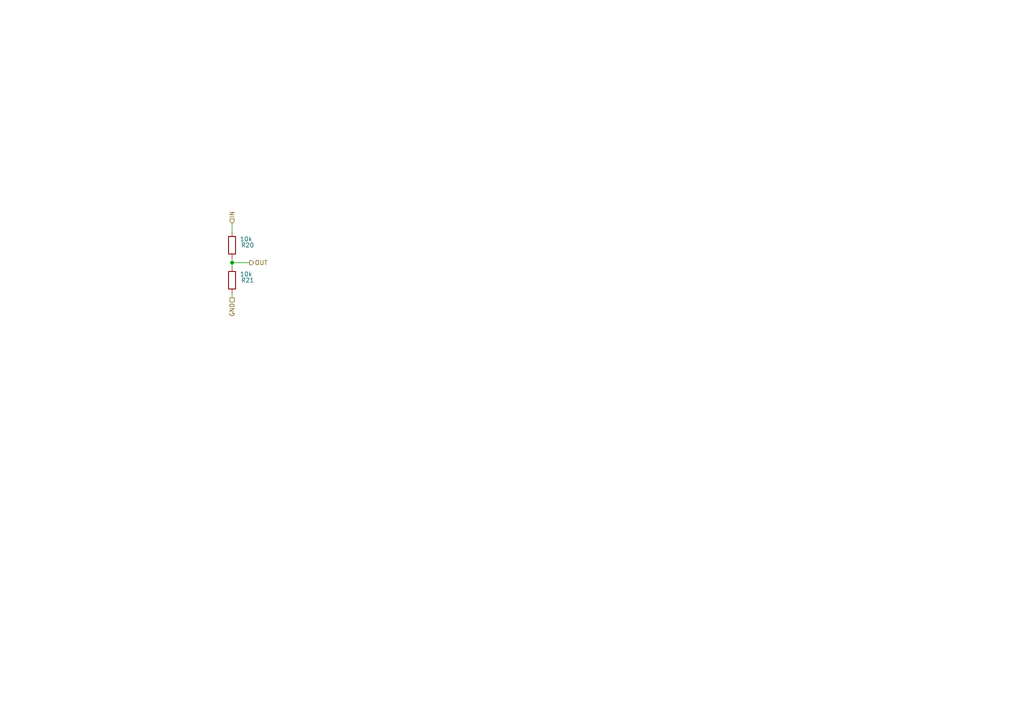
<source format=kicad_sch>
(kicad_sch (version 20231120) (generator "eeschema") (generator_version "8.0")
  (paper "A4")
  (lib_symbols
    (symbol "CREPP_Resistors:Resistor_THT_250mW (standard)" (pin_numbers hide) (pin_names (offset 0))
      (property "Reference" "R" (at 2.032 0 90))
      (symbol "Resistor_THT_250mW (standard)_0_1"
        (rectangle (start -1.016 -2.54) (end 1.016 2.54) (stroke (width 0.254)))
      )
      (symbol "Resistor_THT_250mW (standard)_1_1"
        (pin passive line (at 0 3.81 270) (length 1.27) (name "~") (number "1"))
        (pin passive line (at 0 -3.81 90) (length 1.27) (name "~") (number "2"))
      )
    )
  )
  (junction (at 67.31 76.2))
  (wire (pts (xy 67.31 64.77) (xy 67.31 67.31)))
  (wire (pts (xy 67.31 85.09) (xy 67.31 86.36)))
  (wire (pts (xy 67.31 76.2) (xy 67.31 77.47)))
  (wire (pts (xy 67.31 76.2) (xy 72.39 76.2)))
  (wire (pts (xy 67.31 74.93) (xy 67.31 76.2)))
  (hierarchical_label "OUT" (shape output) (at 72.39 76.2 0))
  (hierarchical_label "GND" (shape passive) (at 67.31 86.36 270))
  (hierarchical_label "IN" (shape input) (at 67.31 64.77 90))
  (symbol (lib_id "CREPP_Resistors:Resistor_THT_250mW (standard)") (at 67.31 71.12 0) (unit 1)
    (property "Reference" "R20" (at 69.85 71.1199 0) (effects (justify left)))
    (property "Value" "10k" (at 71.374 69.342 0))
    (property "Footprint" "Resistor_THT:R_Axial_DIN0207_L6.3mm_D2.5mm_P7.62mm_Horizontal" (effects (hide yes)))
    (property "Description" "Standard resistor - 1/4W - THT version" (effects (hide yes)))
    (instances (project "Base" (path "" (reference "R20") (unit 1)) (path "" (reference "R26") (unit 1)) (path "" (reference "R22") (unit 1)) (path "" (reference "R24") (unit 1))))
  )
  (symbol (lib_id "CREPP_Resistors:Resistor_THT_250mW (standard)") (at 67.31 81.28 0) (unit 1)
    (property "Reference" "R21" (at 69.85 81.2799 0) (effects (justify left)))
    (property "Value" "10k" (at 71.374 79.502 0))
    (property "Footprint" "Resistor_THT:R_Axial_DIN0207_L6.3mm_D2.5mm_P7.62mm_Horizontal" (effects (hide yes)))
    (property "Description" "Standard resistor - 1/4W - THT version" (effects (hide yes)))
    (instances (project "Base" (path "" (reference "R21") (unit 1)) (path "" (reference "R27") (unit 1)) (path "" (reference "R23") (unit 1)) (path "" (reference "R25") (unit 1))))
  )
)
</source>
